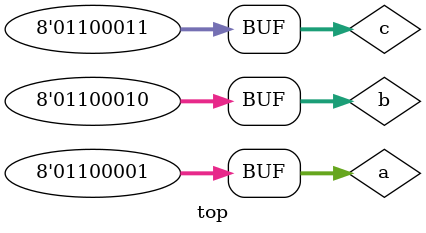
<source format=sv>
/*
:name: string-assignment
:description: String assignment tests
:should_fail: 0
:tags: 5.9
*/
module top();
  byte        a;
  bit   [7:0] b;
  logic [7:0] c;

  initial begin;
    a = "a";
    b = "b";
    c = "c";
  end

endmodule

</source>
